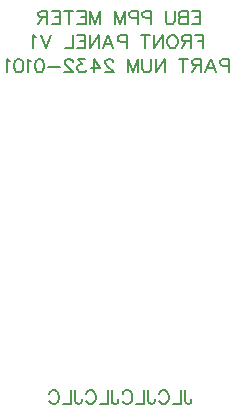
<source format=gbo>
G04 Layer: BottomSilkscreenLayer*
G04 EasyEDA v6.5.23, 2023-06-01 15:37:06*
G04 23eb6b4696734b44af23c16f2827e462,5a6b42c53f6a479593ecc07194224c93,10*
G04 Gerber Generator version 0.2*
G04 Scale: 100 percent, Rotated: No, Reflected: No *
G04 Dimensions in millimeters *
G04 leading zeros omitted , absolute positions ,4 integer and 5 decimal *
%FSLAX45Y45*%
%MOMM*%

%ADD10C,0.2032*%

%LPD*%
D10*
X1943100Y11652689D02*
G01*
X1943100Y11538145D01*
X1943100Y11652689D02*
G01*
X1894009Y11652689D01*
X1877646Y11647236D01*
X1872190Y11641782D01*
X1866737Y11630873D01*
X1866737Y11614508D01*
X1872190Y11603598D01*
X1877646Y11598145D01*
X1894009Y11592689D01*
X1943100Y11592689D01*
X1787100Y11652689D02*
G01*
X1830735Y11538145D01*
X1787100Y11652689D02*
G01*
X1743463Y11538145D01*
X1814372Y11576326D02*
G01*
X1759828Y11576326D01*
X1707464Y11652689D02*
G01*
X1707464Y11538145D01*
X1707464Y11652689D02*
G01*
X1658373Y11652689D01*
X1642010Y11647236D01*
X1636555Y11641782D01*
X1631101Y11630873D01*
X1631101Y11619964D01*
X1636555Y11609054D01*
X1642010Y11603598D01*
X1658373Y11598145D01*
X1707464Y11598145D01*
X1669282Y11598145D02*
G01*
X1631101Y11538145D01*
X1556918Y11652689D02*
G01*
X1556918Y11538145D01*
X1595099Y11652689D02*
G01*
X1518737Y11652689D01*
X1398737Y11652689D02*
G01*
X1398737Y11538145D01*
X1398737Y11652689D02*
G01*
X1322374Y11538145D01*
X1322374Y11652689D02*
G01*
X1322374Y11538145D01*
X1286372Y11652689D02*
G01*
X1286372Y11570873D01*
X1280919Y11554508D01*
X1270010Y11543598D01*
X1253647Y11538145D01*
X1242738Y11538145D01*
X1226372Y11543598D01*
X1215466Y11554508D01*
X1210010Y11570873D01*
X1210010Y11652689D01*
X1174010Y11652689D02*
G01*
X1174010Y11538145D01*
X1174010Y11652689D02*
G01*
X1130373Y11538145D01*
X1086738Y11652689D02*
G01*
X1130373Y11538145D01*
X1086738Y11652689D02*
G01*
X1086738Y11538145D01*
X961283Y11625417D02*
G01*
X961283Y11630873D01*
X955829Y11641782D01*
X950374Y11647236D01*
X939464Y11652689D01*
X917648Y11652689D01*
X906739Y11647236D01*
X901283Y11641782D01*
X895830Y11630873D01*
X895830Y11619964D01*
X901283Y11609054D01*
X912192Y11592689D01*
X966739Y11538145D01*
X890374Y11538145D01*
X799830Y11652689D02*
G01*
X854374Y11576326D01*
X772556Y11576326D01*
X799830Y11652689D02*
G01*
X799830Y11538145D01*
X725647Y11652689D02*
G01*
X665647Y11652689D01*
X698375Y11609054D01*
X682012Y11609054D01*
X671103Y11603598D01*
X665647Y11598145D01*
X660194Y11581782D01*
X660194Y11570873D01*
X665647Y11554508D01*
X676556Y11543598D01*
X692919Y11538145D01*
X709284Y11538145D01*
X725647Y11543598D01*
X731103Y11549054D01*
X736556Y11559964D01*
X618738Y11625417D02*
G01*
X618738Y11630873D01*
X613285Y11641782D01*
X607829Y11647236D01*
X596920Y11652689D01*
X575101Y11652689D01*
X564192Y11647236D01*
X558739Y11641782D01*
X553285Y11630873D01*
X553285Y11619964D01*
X558739Y11609054D01*
X569648Y11592689D01*
X624192Y11538145D01*
X547829Y11538145D01*
X511830Y11587236D02*
G01*
X413649Y11587236D01*
X344921Y11652689D02*
G01*
X361284Y11647236D01*
X372193Y11630873D01*
X377649Y11603598D01*
X377649Y11587236D01*
X372193Y11559964D01*
X361284Y11543598D01*
X344921Y11538145D01*
X334012Y11538145D01*
X317649Y11543598D01*
X306740Y11559964D01*
X301284Y11587236D01*
X301284Y11603598D01*
X306740Y11630873D01*
X317649Y11647236D01*
X334012Y11652689D01*
X344921Y11652689D01*
X265285Y11630873D02*
G01*
X254375Y11636326D01*
X238013Y11652689D01*
X238013Y11538145D01*
X169285Y11652689D02*
G01*
X185648Y11647236D01*
X196557Y11630873D01*
X202013Y11603598D01*
X202013Y11587236D01*
X196557Y11559964D01*
X185648Y11543598D01*
X169285Y11538145D01*
X158376Y11538145D01*
X142013Y11543598D01*
X131104Y11559964D01*
X125648Y11587236D01*
X125648Y11603598D01*
X131104Y11630873D01*
X142013Y11647236D01*
X158376Y11652689D01*
X169285Y11652689D01*
X89649Y11630873D02*
G01*
X78739Y11636326D01*
X62377Y11652689D01*
X62377Y11538145D01*
X1570990Y8846058D02*
G01*
X1570990Y8758681D01*
X1576577Y8742426D01*
X1581911Y8736837D01*
X1592834Y8731504D01*
X1603756Y8731504D01*
X1614677Y8736837D01*
X1620265Y8742426D01*
X1625600Y8758681D01*
X1625600Y8769604D01*
X1535175Y8846058D02*
G01*
X1535175Y8731504D01*
X1535175Y8731504D02*
G01*
X1469643Y8731504D01*
X1351788Y8818626D02*
G01*
X1357122Y8829547D01*
X1368043Y8840470D01*
X1378965Y8846058D01*
X1400809Y8846058D01*
X1411731Y8840470D01*
X1422654Y8829547D01*
X1428241Y8818626D01*
X1433575Y8802370D01*
X1433575Y8775192D01*
X1428241Y8758681D01*
X1422654Y8747760D01*
X1411731Y8736837D01*
X1400809Y8731504D01*
X1378965Y8731504D01*
X1368043Y8736837D01*
X1357122Y8747760D01*
X1351788Y8758681D01*
X1261363Y8846058D02*
G01*
X1261363Y8758681D01*
X1266697Y8742426D01*
X1272031Y8736837D01*
X1282954Y8731504D01*
X1293875Y8731504D01*
X1304797Y8736837D01*
X1310386Y8742426D01*
X1315720Y8758681D01*
X1315720Y8769604D01*
X1225295Y8846058D02*
G01*
X1225295Y8731504D01*
X1225295Y8731504D02*
G01*
X1159763Y8731504D01*
X1041908Y8818626D02*
G01*
X1047495Y8829547D01*
X1058418Y8840470D01*
X1069340Y8846058D01*
X1090929Y8846058D01*
X1101852Y8840470D01*
X1112774Y8829547D01*
X1118361Y8818626D01*
X1123695Y8802370D01*
X1123695Y8775192D01*
X1118361Y8758681D01*
X1112774Y8747760D01*
X1101852Y8736837D01*
X1090929Y8731504D01*
X1069340Y8731504D01*
X1058418Y8736837D01*
X1047495Y8747760D01*
X1041908Y8758681D01*
X951484Y8846058D02*
G01*
X951484Y8758681D01*
X956818Y8742426D01*
X962406Y8736837D01*
X973327Y8731504D01*
X984250Y8731504D01*
X995172Y8736837D01*
X1000506Y8742426D01*
X1005840Y8758681D01*
X1005840Y8769604D01*
X915415Y8846058D02*
G01*
X915415Y8731504D01*
X915415Y8731504D02*
G01*
X849884Y8731504D01*
X732027Y8818626D02*
G01*
X737615Y8829547D01*
X748538Y8840470D01*
X759459Y8846058D01*
X781304Y8846058D01*
X792225Y8840470D01*
X803147Y8829547D01*
X808481Y8818626D01*
X814070Y8802370D01*
X814070Y8775192D01*
X808481Y8758681D01*
X803147Y8747760D01*
X792225Y8736837D01*
X781304Y8731504D01*
X759459Y8731504D01*
X748538Y8736837D01*
X737615Y8747760D01*
X732027Y8758681D01*
X641604Y8846058D02*
G01*
X641604Y8758681D01*
X646937Y8742426D01*
X652526Y8736837D01*
X663447Y8731504D01*
X674370Y8731504D01*
X685291Y8736837D01*
X690625Y8742426D01*
X696213Y8758681D01*
X696213Y8769604D01*
X605536Y8846058D02*
G01*
X605536Y8731504D01*
X605536Y8731504D02*
G01*
X540257Y8731504D01*
X422402Y8818626D02*
G01*
X427736Y8829547D01*
X438657Y8840470D01*
X449579Y8846058D01*
X471423Y8846058D01*
X482345Y8840470D01*
X493268Y8829547D01*
X498602Y8818626D01*
X504189Y8802370D01*
X504189Y8775192D01*
X498602Y8758681D01*
X493268Y8747760D01*
X482345Y8736837D01*
X471423Y8731504D01*
X449579Y8731504D01*
X438657Y8736837D01*
X427736Y8747760D01*
X422402Y8758681D01*
X1701800Y12059089D02*
G01*
X1701800Y11944545D01*
X1701800Y12059089D02*
G01*
X1630890Y12059089D01*
X1701800Y12004545D02*
G01*
X1658162Y12004545D01*
X1701800Y11944545D02*
G01*
X1630890Y11944545D01*
X1594891Y12059089D02*
G01*
X1594891Y11944545D01*
X1594891Y12059089D02*
G01*
X1545800Y12059089D01*
X1529435Y12053636D01*
X1523982Y12048182D01*
X1518528Y12037273D01*
X1518528Y12026364D01*
X1523982Y12015454D01*
X1529435Y12009998D01*
X1545800Y12004545D01*
X1594891Y12004545D02*
G01*
X1545800Y12004545D01*
X1529435Y11999089D01*
X1523982Y11993636D01*
X1518528Y11982726D01*
X1518528Y11966364D01*
X1523982Y11955454D01*
X1529435Y11949998D01*
X1545800Y11944545D01*
X1594891Y11944545D01*
X1482526Y12059089D02*
G01*
X1482526Y11977273D01*
X1477073Y11960908D01*
X1466164Y11949998D01*
X1449801Y11944545D01*
X1438892Y11944545D01*
X1422527Y11949998D01*
X1411617Y11960908D01*
X1406164Y11977273D01*
X1406164Y12059089D01*
X1286164Y12059089D02*
G01*
X1286164Y11944545D01*
X1286164Y12059089D02*
G01*
X1237073Y12059089D01*
X1220711Y12053636D01*
X1215255Y12048182D01*
X1209802Y12037273D01*
X1209802Y12020908D01*
X1215255Y12009998D01*
X1220711Y12004545D01*
X1237073Y11999089D01*
X1286164Y11999089D01*
X1173800Y12059089D02*
G01*
X1173800Y11944545D01*
X1173800Y12059089D02*
G01*
X1124709Y12059089D01*
X1108346Y12053636D01*
X1102890Y12048182D01*
X1097437Y12037273D01*
X1097437Y12020908D01*
X1102890Y12009998D01*
X1108346Y12004545D01*
X1124709Y11999089D01*
X1173800Y11999089D01*
X1061438Y12059089D02*
G01*
X1061438Y11944545D01*
X1061438Y12059089D02*
G01*
X1017800Y11944545D01*
X974166Y12059089D02*
G01*
X1017800Y11944545D01*
X974166Y12059089D02*
G01*
X974166Y11944545D01*
X854166Y12059089D02*
G01*
X854166Y11944545D01*
X854166Y12059089D02*
G01*
X810529Y11944545D01*
X766892Y12059089D02*
G01*
X810529Y11944545D01*
X766892Y12059089D02*
G01*
X766892Y11944545D01*
X730892Y12059089D02*
G01*
X730892Y11944545D01*
X730892Y12059089D02*
G01*
X659983Y12059089D01*
X730892Y12004545D02*
G01*
X687255Y12004545D01*
X730892Y11944545D02*
G01*
X659983Y11944545D01*
X585802Y12059089D02*
G01*
X585802Y11944545D01*
X623984Y12059089D02*
G01*
X547621Y12059089D01*
X511619Y12059089D02*
G01*
X511619Y11944545D01*
X511619Y12059089D02*
G01*
X440712Y12059089D01*
X511619Y12004545D02*
G01*
X467984Y12004545D01*
X511619Y11944545D02*
G01*
X440712Y11944545D01*
X404710Y12059089D02*
G01*
X404710Y11944545D01*
X404710Y12059089D02*
G01*
X355620Y12059089D01*
X339257Y12053636D01*
X333801Y12048182D01*
X328348Y12037273D01*
X328348Y12026364D01*
X333801Y12015454D01*
X339257Y12009998D01*
X355620Y12004545D01*
X404710Y12004545D01*
X366529Y12004545D02*
G01*
X328348Y11944545D01*
X1727200Y11855889D02*
G01*
X1727200Y11741345D01*
X1727200Y11855889D02*
G01*
X1656290Y11855889D01*
X1727200Y11801345D02*
G01*
X1683562Y11801345D01*
X1620291Y11855889D02*
G01*
X1620291Y11741345D01*
X1620291Y11855889D02*
G01*
X1571200Y11855889D01*
X1554835Y11850436D01*
X1549382Y11844982D01*
X1543928Y11834073D01*
X1543928Y11823164D01*
X1549382Y11812254D01*
X1554835Y11806798D01*
X1571200Y11801345D01*
X1620291Y11801345D01*
X1582110Y11801345D02*
G01*
X1543928Y11741345D01*
X1475201Y11855889D02*
G01*
X1486110Y11850436D01*
X1497017Y11839526D01*
X1502473Y11828617D01*
X1507926Y11812254D01*
X1507926Y11784982D01*
X1502473Y11768617D01*
X1497017Y11757708D01*
X1486110Y11746798D01*
X1475201Y11741345D01*
X1453382Y11741345D01*
X1442473Y11746798D01*
X1431564Y11757708D01*
X1426110Y11768617D01*
X1420655Y11784982D01*
X1420655Y11812254D01*
X1426110Y11828617D01*
X1431564Y11839526D01*
X1442473Y11850436D01*
X1453382Y11855889D01*
X1475201Y11855889D01*
X1384655Y11855889D02*
G01*
X1384655Y11741345D01*
X1384655Y11855889D02*
G01*
X1308290Y11741345D01*
X1308290Y11855889D02*
G01*
X1308290Y11741345D01*
X1234109Y11855889D02*
G01*
X1234109Y11741345D01*
X1272291Y11855889D02*
G01*
X1195928Y11855889D01*
X1075928Y11855889D02*
G01*
X1075928Y11741345D01*
X1075928Y11855889D02*
G01*
X1026838Y11855889D01*
X1010472Y11850436D01*
X1005019Y11844982D01*
X999566Y11834073D01*
X999566Y11817708D01*
X1005019Y11806798D01*
X1010472Y11801345D01*
X1026838Y11795889D01*
X1075928Y11795889D01*
X919929Y11855889D02*
G01*
X963564Y11741345D01*
X919929Y11855889D02*
G01*
X876292Y11741345D01*
X947201Y11779526D02*
G01*
X892655Y11779526D01*
X840292Y11855889D02*
G01*
X840292Y11741345D01*
X840292Y11855889D02*
G01*
X763930Y11741345D01*
X763930Y11855889D02*
G01*
X763930Y11741345D01*
X727928Y11855889D02*
G01*
X727928Y11741345D01*
X727928Y11855889D02*
G01*
X657019Y11855889D01*
X727928Y11801345D02*
G01*
X684293Y11801345D01*
X727928Y11741345D02*
G01*
X657019Y11741345D01*
X621019Y11855889D02*
G01*
X621019Y11741345D01*
X621019Y11741345D02*
G01*
X555566Y11741345D01*
X435566Y11855889D02*
G01*
X391929Y11741345D01*
X348292Y11855889D02*
G01*
X391929Y11741345D01*
X312293Y11834073D02*
G01*
X301383Y11839526D01*
X285021Y11855889D01*
X285021Y11741345D01*
M02*

</source>
